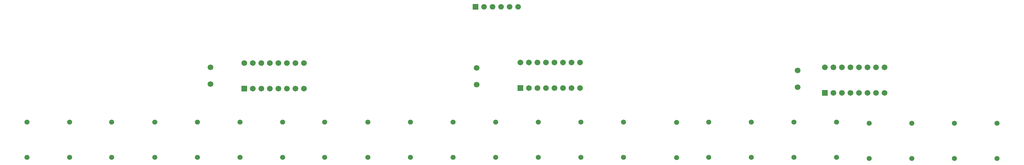
<source format=gbs>
G04 Layer: BottomSolderMaskLayer*
G04 EasyEDA v6.5.40, 2024-07-25 19:00:12*
G04 cb6e2e9fbd21486d88ae5690d2d3dc00,10*
G04 Gerber Generator version 0.2*
G04 Scale: 100 percent, Rotated: No, Reflected: No *
G04 Dimensions in millimeters *
G04 leading zeros omitted , absolute positions ,4 integer and 5 decimal *
%FSLAX45Y45*%
%MOMM*%

%AMMACRO1*1,1,$1,$2,$3*1,1,$1,$4,$5*1,1,$1,0-$2,0-$3*1,1,$1,0-$4,0-$5*20,1,$1,$2,$3,$4,$5,0*20,1,$1,$4,$5,0-$2,0-$3,0*20,1,$1,0-$2,0-$3,0-$4,0-$5,0*20,1,$1,0-$4,0-$5,$2,$3,0*4,1,4,$2,$3,$4,$5,0-$2,0-$3,0-$4,0-$5,$2,$3,0*%
%ADD10C,1.7000*%
%ADD11C,1.6764*%
%ADD12MACRO1,0.1016X-0.7874X0.7874X0.7874X0.7874*%
%ADD13C,1.7016*%
%ADD14R,1.7016X1.7016*%
%ADD15C,1.5016*%

%LPD*%
D10*
G01*
X5981700Y4322013D03*
G01*
X5981700Y4822012D03*
G01*
X13914958Y4309313D03*
G01*
X13914958Y4809312D03*
D11*
G01*
X15151100Y6629400D03*
G01*
X14897100Y6629400D03*
G01*
X14643100Y6629400D03*
G01*
X14389100Y6629400D03*
G01*
X14135100Y6629400D03*
D12*
G01*
X13881100Y6629400D03*
D10*
G01*
X23482300Y4233113D03*
G01*
X23482300Y4733112D03*
D13*
G01*
X6985000Y4953000D03*
G01*
X7239000Y4953000D03*
G01*
X7493000Y4953000D03*
G01*
X7747000Y4953000D03*
G01*
X8001000Y4953000D03*
G01*
X8255000Y4953000D03*
G01*
X8509000Y4953000D03*
G01*
X8763000Y4953000D03*
G01*
X8763000Y4191000D03*
G01*
X8509000Y4191000D03*
G01*
X8255000Y4191000D03*
G01*
X8001000Y4191000D03*
G01*
X7747000Y4191000D03*
G01*
X7493000Y4191000D03*
G01*
X7239000Y4191000D03*
D14*
G01*
X6985000Y4191000D03*
D13*
G01*
X15214600Y4965700D03*
G01*
X15468600Y4965700D03*
G01*
X15722600Y4965700D03*
G01*
X15976600Y4965700D03*
G01*
X16230600Y4965700D03*
G01*
X16484600Y4965700D03*
G01*
X16738600Y4965700D03*
G01*
X16992600Y4965700D03*
G01*
X16992600Y4203700D03*
G01*
X16738600Y4203700D03*
G01*
X16484600Y4203700D03*
G01*
X16230600Y4203700D03*
G01*
X15976600Y4203700D03*
G01*
X15722600Y4203700D03*
G01*
X15468600Y4203700D03*
D14*
G01*
X15214600Y4203700D03*
D13*
G01*
X24295100Y4826000D03*
G01*
X24549100Y4826000D03*
G01*
X24803100Y4826000D03*
G01*
X25057100Y4826000D03*
G01*
X25311100Y4826000D03*
G01*
X25565100Y4826000D03*
G01*
X25819100Y4826000D03*
G01*
X26073100Y4826000D03*
G01*
X26073100Y4064000D03*
G01*
X25819100Y4064000D03*
G01*
X25565100Y4064000D03*
G01*
X25311100Y4064000D03*
G01*
X25057100Y4064000D03*
G01*
X24803100Y4064000D03*
G01*
X24549100Y4064000D03*
D14*
G01*
X24295100Y4064000D03*
D15*
G01*
X10668000Y3191997D03*
G01*
X10668000Y2142012D03*
G01*
X11938000Y3191997D03*
G01*
X11938000Y2142012D03*
G01*
X13208000Y3191997D03*
G01*
X13208000Y2142012D03*
G01*
X14478000Y3191997D03*
G01*
X14478000Y2142012D03*
G01*
X15748000Y3191997D03*
G01*
X15748000Y2142012D03*
G01*
X17018000Y3191997D03*
G01*
X17018000Y2142012D03*
G01*
X18288000Y3191997D03*
G01*
X18288000Y2142012D03*
G01*
X19875500Y3179297D03*
G01*
X19875500Y2129312D03*
G01*
X20828000Y3191992D03*
G01*
X20828000Y2142007D03*
G01*
X22098000Y3191992D03*
G01*
X22098000Y2142007D03*
G01*
X23368000Y3191992D03*
G01*
X23368000Y2142007D03*
G01*
X24638000Y3191992D03*
G01*
X24638000Y2142007D03*
G01*
X25615900Y3153892D03*
G01*
X25615900Y2103907D03*
G01*
X29425900Y3153892D03*
G01*
X29425900Y2103907D03*
G01*
X28155900Y3153892D03*
G01*
X28155900Y2103907D03*
G01*
X26885900Y3153892D03*
G01*
X26885900Y2103907D03*
G01*
X8128000Y2142007D03*
G01*
X8128000Y3191992D03*
G01*
X6858000Y2142007D03*
G01*
X6858000Y3191992D03*
G01*
X5588000Y2142007D03*
G01*
X5588000Y3191992D03*
G01*
X4318000Y2142007D03*
G01*
X4318000Y3191992D03*
G01*
X3035300Y2142007D03*
G01*
X3035300Y3191992D03*
G01*
X1778000Y2142007D03*
G01*
X1778000Y3191992D03*
G01*
X508000Y2142007D03*
G01*
X508000Y3191992D03*
G01*
X9385300Y2142007D03*
G01*
X9385300Y3191992D03*
M02*

</source>
